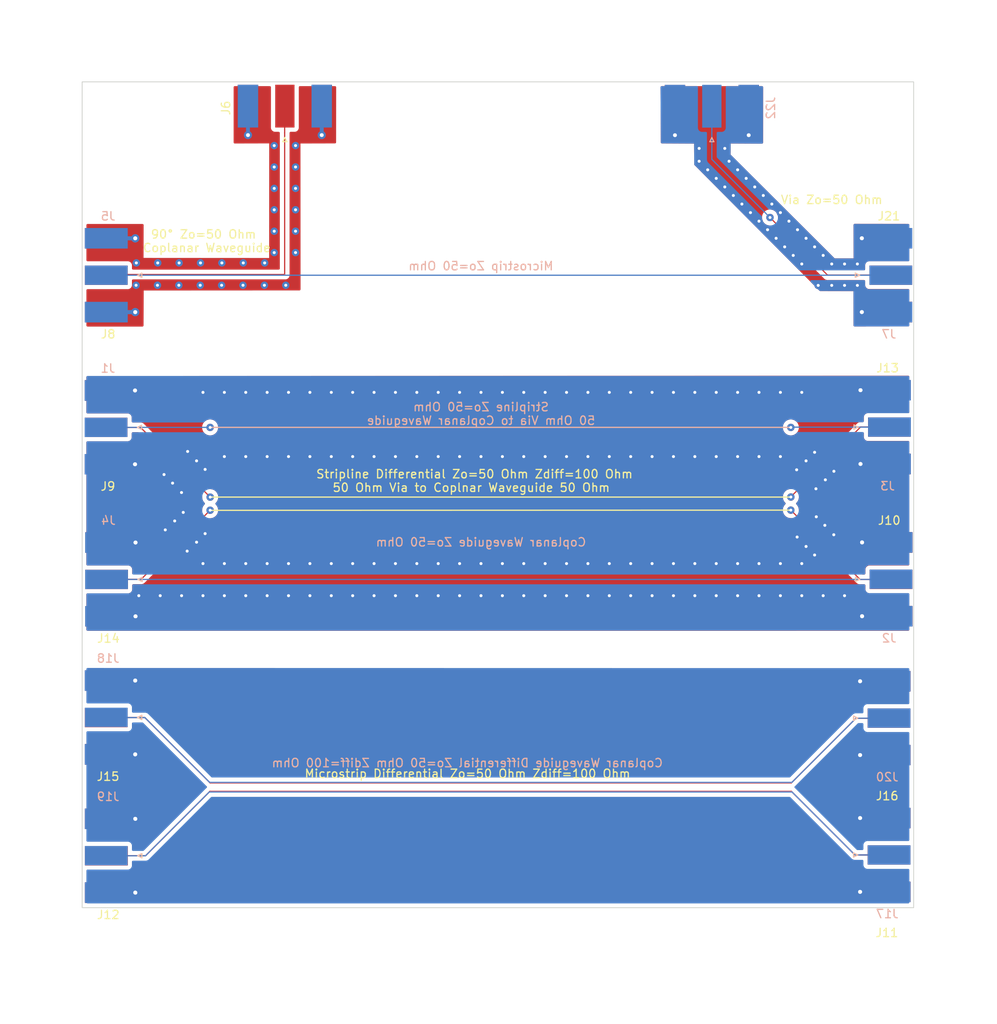
<source format=kicad_pcb>
(kicad_pcb (version 20211014) (generator pcbnew)
  (layers (0 "F.Cu" signal) (1 "In1.Cu" signal) (2 "In2.Cu" signal) (31 "B.Cu" signal) (34 "B.Paste" user) (35 "F.Paste" user) (36 "B.SilkS" user "B.Silkscreen") (37 "F.SilkS" user "F.Silkscreen") (38 "B.Mask" user) (39 "F.Mask" user) (44 "Edge.Cuts" user))
  (net 0 "")
  (net 1 "/STRIP")
  (net 2 "GND")
  (net 3 "/COPLANAR")
  (net 4 "/90_DEGREE_COPLANAR")
  (net 5 "/Z0 Via")
  (net 6 "/MICROSTROP")
  (net 7 "/STRIP_P")
  (net 8 "/MICROSTRIP_P")
  (net 9 "/COPLANAR_P")
  (net 10 "/COPLANAR_N")
  (net 11 "/STRIP_N")
  (net 12 "/MICROSTRIP_N")
  (footprint "Connector_Coaxial:SMA_Molex_73251-1153_EdgeMount_Horizontal" (layer "F.Cu") (at 58.849 123.801)
    (fp_text reference "J14")
    (fp_text value "Conn_Coaxial")
  )
  (footprint "Connector_Coaxial:SMA_Molex_73251-1153_EdgeMount_Horizontal" (layer "F.Cu") (at 148.58485 123.7996 180)
    (fp_text reference "J10")
    (fp_text value "Conn_Coaxial")
  )
  (footprint "Connector_Coaxial:SMA_Molex_73251-1153_EdgeMount_Horizontal" (layer "F.Cu") (at 58.817 87.694)
    (fp_text reference "J8")
    (fp_text value "Conn_Coaxial")
  )
  (footprint "Connector_Coaxial:SMA_Molex_73251-1153_EdgeMount_Horizontal" (layer "F.Cu") (at 148.3432 140.273 180)
    (fp_text reference "J11")
    (fp_text value "Conn_Coaxial")
  )
  (footprint "Connector_Coaxial:SMA_Molex_73251-1153_EdgeMount_Horizontal" (layer "F.Cu") (at 58.807 140.1968)
    (fp_text reference "J15")
    (fp_text value "Conn_Coaxial")
  )
  (footprint "Connector_Coaxial:SMA_Molex_73251-1153_EdgeMount_Horizontal" (layer "F.Cu") (at 148.39435 105.7148 180)
    (fp_text reference "J13")
    (fp_text value "Conn_Coaxial")
  )
  (footprint "Connector_Coaxial:SMA_Molex_73251-1153_EdgeMount_Horizontal" (layer "F.Cu") (at 58.79345 105.7529)
    (fp_text reference "J9")
    (fp_text value "Conn_Coaxial")
  )
  (footprint "Connector_Coaxial:SMA_Molex_73251-1153_EdgeMount_Horizontal" (layer "F.Cu") (at 78.305 69.344 -90)
    (fp_text reference "J6")
    (fp_text value "Conn_Coaxial")
  )
  (footprint "Connector_Coaxial:SMA_Molex_73251-1153_EdgeMount_Horizontal" (layer "F.Cu") (at 148.555 87.682 180)
    (fp_text reference "J21")
    (fp_text value "Conn_Coaxial")
  )
  (footprint "Connector_Coaxial:SMA_Molex_73251-1153_EdgeMount_Horizontal" (layer "F.Cu") (at 58.8324 156.6052)
    (fp_text reference "J12")
    (fp_text value "Conn_Coaxial")
  )
  (footprint "Connector_Coaxial:SMA_Molex_73251-1153_EdgeMount_Horizontal" (layer "F.Cu") (at 148.3432 156.5036 180)
    (fp_text reference "J16")
    (fp_text value "Conn_Coaxial")
  )
  (footprint "Connector_Coaxial:SMA_Molex_73251-1153_EdgeMount_Horizontal" (layer "B.Cu") (at 148.5773 123.7742 180)
    (fp_text reference "J2")
    (fp_text value "Conn_Coaxial")
  )
  (footprint "Connector_Coaxial:SMA_Molex_73251-1153_EdgeMount_Horizontal" (layer "B.Cu") (at 58.8137 140.1699)
    (fp_text reference "J18")
    (fp_text value "Conn_Coaxial")
  )
  (footprint "Connector_Coaxial:SMA_Molex_73251-1153_EdgeMount_Horizontal" (layer "B.Cu") (at 148.39435 105.72115 180)
    (fp_text reference "J3")
    (fp_text value "Conn_Coaxial")
  )
  (footprint "Connector_Coaxial:SMA_Molex_73251-1153_EdgeMount_Horizontal" (layer "B.Cu") (at 58.812 87.695)
    (fp_text reference "J5")
    (fp_text value "Conn_Coaxial")
  )
  (footprint "Connector_Coaxial:SMA_Molex_73251-1153_EdgeMount_Horizontal" (layer "B.Cu") (at 58.78745 105.7529)
    (fp_text reference "J1")
    (fp_text value "Conn_Coaxial")
  )
  (footprint "Connector_Coaxial:SMA_Molex_73251-1153_EdgeMount_Horizontal" (layer "B.Cu") (at 148.3487 140.2588 180)
    (fp_text reference "J20")
    (fp_text value "Conn_Coaxial")
  )
  (footprint "Connector_Coaxial:SMA_Molex_73251-1153_EdgeMount_Horizontal" (layer "B.Cu") (at 148.3499 156.5021 180)
    (fp_text reference "J17")
    (fp_text value "Conn_Coaxial")
  )
  (footprint "Connector_Coaxial:SMA_Molex_73251-1153_EdgeMount_Horizontal" (layer "B.Cu") (at 129.018 69.355 -90)
    (fp_text reference "J22")
    (fp_text value "Conn_Coaxial")
  )
  (footprint "Connector_Coaxial:SMA_Molex_73251-1153_EdgeMount_Horizontal" (layer "B.Cu") (at 148.554 87.694 180)
    (fp_text reference "J7")
    (fp_text value "Conn_Coaxial")
  )
  (footprint "Connector_Coaxial:SMA_Molex_73251-1153_EdgeMount_Horizontal" (layer "B.Cu") (at 58.8506 123.8)
    (fp_text reference "J4")
    (fp_text value "Conn_Coaxial")
  )
  (footprint "Connector_Coaxial:SMA_Molex_73251-1153_EdgeMount_Horizontal" (layer "B.Cu") (at 58.81285 156.58465)
    (fp_text reference "J19")
    (fp_text value "Conn_Coaxial")
  )
  (gr_rect (start 78.353004 87.677604) (end 78.214004 87.538604) (layer "F.Cu") (width 0.0001) (fill solid))
  (gr_line (start 69.425 105.75) (end 138.4 105.75) (layer "B.SilkS") (width 0.15))
  (gr_line (start 138.4 114.025) (end 69.425 114.025) (layer "F.SilkS") (width 0.15))
  (gr_line (start 69.425 115.6) (end 138.4 115.575) (layer "F.SilkS") (width 0.15))
  (gr_rect (start 54.229 64.7446) (end 152.9842 162.7632) (layer "Edge.Cuts") (width 0.1) (fill none))
  (gr_text "Coplanar Waveguide Differential Zo=50 Ohm Zdiff=100 Ohm" (at 99.97425 145.5849) (layer "B.SilkS") (effects (font (size 1 1)) (justify mirror)))
  (gr_text "Coplanar Waveguide Zo=50 Ohm" (at 101.6 119.38) (layer "B.SilkS") (effects (font (size 1 1)) (justify mirror)))
  (gr_text "Microstrip Zo=50 Ohm" (at 101.584 86.605) (layer "B.SilkS") (effects (font (size 1 1)) (justify mirror)))
  (gr_text "Stripline Zo=50 Ohm\n50 Ohm Via to Coplanar Waveguide" (at 101.6 104.14) (layer "B.SilkS") (effects (font (size 1 1)) (justify mirror)))
  (gr_text "Microstrip Differential Zo=50 Ohm Zdiff=100 Ohm" (at 100 146.8628) (layer "F.SilkS") (effects (font (size 1 1))))
  (gr_text "Stripline Differential Zo=50 Ohm Zdiff=100 Ohm\n50 Ohm Via to Coplnar Waveguide 50 Ohm " (at 100.825 112.1) (layer "F.SilkS") (effects (font (size 1 1))))
  (gr_text "Via Zo=50 Ohm" (at 143.256 78.74) (layer "F.SilkS") (effects (font (size 1 1))))
  (gr_text "90° Zo=50 Ohm \nCoplanar Waveguide" (at 69.029004 83.641604) (layer "F.SilkS") (effects (font (size 1 1))))
  (via (at 69.43 105.76) (size 0.88) (drill 0.355) (layers "F.Cu" "B.Cu") (net 1))
  (via (at 138.4 105.76) (size 0.88) (drill 0.355) (layers "F.Cu" "B.Cu") (net 1))
  (segment (start 69.4229 105.7529) (end 69.43 105.76) (width 0.25) (layer "B.Cu") (net 1))
  (segment (start 150.11435 105.84035) (end 150.11435 105.72115) (width 0.25) (layer "B.Cu") (net 1))
  (segment (start 138.4405 105.726) (end 150.1095 105.726) (width 0.14) (layer "B.Cu") (net 1))
  (segment (start 57.06745 105.7529) (end 69.4229 105.7529) (width 0.14) (layer "B.Cu") (net 1))
  (segment (start 138.4 105.76) (end 138.43885 105.72115) (width 0.25) (layer "B.Cu") (net 1))
  (segment (start 150.0826 105.7529) (end 150.11435 105.72115) (width 0.25) (layer "B.Cu") (net 1))
  (segment (start 150.1095 105.726) (end 150.11435 105.72115) (width 0.14) (layer "B.Cu") (net 1))
  (segment (start 151.1046 136.9344) (end 150.0632 135.893) (width 0.25) (layer "F.Cu") (net 2))
  (via (at 132.08 125.73) (size 0.88) (drill 0.355) (layers "F.Cu" "B.Cu") (net 2))
  (via (at 129.54 125.73) (size 0.88) (drill 0.355) (layers "F.Cu" "B.Cu") (net 2))
  (via (at 77.041004 72.310604) (size 0.88) (drill 0.355) (layers "F.Cu" "B.Cu") (net 2))
  (via (at 64.97 112.37) (size 0.88) (drill 0.355) (layers "F.Cu" "B.Cu") (net 2))
  (via (at 76.2 121.92) (size 0.88) (drill 0.355) (layers "F.Cu" "B.Cu") (net 2))
  (via (at 134.62 81.28) (size 0.88) (drill 0.355) (layers "F.Cu" "B.Cu") (net 2))
  (via (at 66.04 125.73) (size 0.88) (drill 0.355) (layers "F.Cu" "B.Cu") (net 2))
  (via (at 96.52 125.73) (size 0.88) (drill 0.355) (layers "F.Cu" "B.Cu") (net 2))
  (via (at 77.041004 82.470604) (size 0.88) (drill 0.355) (layers "F.Cu" "B.Cu") (net 2))
  (via (at 131.064 74.168) (size 0.88) (drill 0.355) (layers "F.Cu" "B.Cu") (net 2))
  (via (at 132.08 101.6) (size 0.88) (drill 0.355) (layers "F.Cu" "B.Cu") (net 2))
  (via (at 137.16 125.73) (size 0.88) (drill 0.355) (layers "F.Cu" "B.Cu") (net 2))
  (via (at 101.6 101.6) (size 0.88) (drill 0.355) (layers "F.Cu" "B.Cu") (net 2))
  (via (at 124.46 125.73) (size 0.88) (drill 0.355) (layers "F.Cu" "B.Cu") (net 2))
  (via (at 68.834 110.744) (size 0.88) (drill 0.355) (layers "F.Cu" "B.Cu") (net 2))
  (via (at 77.041004 77.390604) (size 0.88) (drill 0.355) (layers "F.Cu" "B.Cu") (net 2))
  (via (at 134.62 101.6) (size 0.88) (drill 0.355) (layers "F.Cu" "B.Cu") (net 2))
  (via (at 81.28 125.73) (size 0.88) (drill 0.355) (layers "F.Cu" "B.Cu") (net 2))
  (via (at 101.6 121.92) (size 0.88) (drill 0.355) (layers "F.Cu" "B.Cu") (net 2))
  (via (at 121.92 109.22) (size 0.88) (drill 0.355) (layers "F.Cu" "B.Cu") (net 2))
  (via (at 139.192 82.296) (size 0.88) (drill 0.355) (layers "F.Cu" "B.Cu") (net 2))
  (via (at 104.14 101.6) (size 0.88) (drill 0.355) (layers "F.Cu" "B.Cu") (net 2))
  (via (at 127.508 74.168) (size 0.88) (drill 0.355) (layers "F.Cu" "B.Cu") (net 2))
  (via (at 68.58 101.6) (size 0.88) (drill 0.355) (layers "F.Cu" "B.Cu") (net 2))
  (via (at 83.82 125.73) (size 0.88) (drill 0.355) (layers "F.Cu" "B.Cu") (net 2))
  (via (at 131.572 78.232) (size 0.88) (drill 0.355) (layers "F.Cu" "B.Cu") (net 2))
  (via (at 127 109.22) (size 0.88) (drill 0.355) (layers "F.Cu" "B.Cu") (net 2))
  (via (at 63.205004 86.233604) (size 0.88) (drill 0.355) (layers "F.Cu" "B.Cu") (net 2))
  (via (at 65.714004 88.886604) (size 0.88) (drill 0.355) (layers "F.Cu" "B.Cu") (net 2))
  (via (at 127 101.6) (size 0.88) (drill 0.355) (layers "F.Cu" "B.Cu") (net 2))
  (via (at 139.0904 110.78845) (size 0.88) (drill 0.355) (layers "F.Cu" "B.Cu") (net 2))
  (via (at 130.556 72.644) (size 0.88) (drill 0.355) (layers "F.Cu" "B.Cu") (net 2))
  (via (at 139.7 125.73) (size 0.88) (drill 0.355) (layers "F.Cu" "B.Cu") (net 2))
  (via (at 143.516 110.964) (size 0.88) (drill 0.355) (layers "F.Cu" "B.Cu") (net 2))
  (via (at 78.74 101.6) (size 0.88) (drill 0.355) (layers "F.Cu" "B.Cu") (net 2))
  (via (at 83.82 101.6) (size 0.88) (drill 0.355) (layers "F.Cu" "B.Cu") (net 2))
  (via (at 109.22 101.6) (size 0.88) (drill 0.355) (layers "F.Cu" "B.Cu") (net 2))
  (via (at 111.76 101.6) (size 0.88) (drill 0.355) (layers "F.Cu" "B.Cu") (net 2))
  (via (at 139.14755 118.7704) (size 0.88) (drill 0.355) (layers "F.Cu" "B.Cu") (net 2))
  (via (at 129.54 101.6) (size 0.88) (drill 0.355) (layers "F.Cu" "B.Cu") (net 2))
  (via (at 88.9 121.92) (size 0.88) (drill 0.355) (layers "F.Cu" "B.Cu") (net 2))
  (via (at 146.304 88.9) (size 0.88) (drill 0.355) (layers "F.Cu" "B.Cu") (net 2))
  (via (at 135.636 82.296) (size 0.88) (drill 0.355) (layers "F.Cu" "B.Cu") (net 2))
  (via (at 137.16 80.264) (size 0.88) (drill 0.355) (layers "F.Cu" "B.Cu") (net 2))
  (via (at 109.22 125.73) (size 0.88) (drill 0.355) (layers "F.Cu" "B.Cu") (net 2))
  (via (at 137.16 121.92) (size 0.88) (drill 0.355) (layers "F.Cu" "B.Cu") (net 2))
  (via (at 146.304 86.36) (size 0.88) (drill 0.355) (layers "F.Cu" "B.Cu") (net 2))
  (via (at 116.84 101.6) (size 0.88) (drill 0.355) (layers "F.Cu" "B.Cu") (net 2))
  (via (at 139.7 86.36) (size 0.88) (drill 0.355) (layers "F.Cu" "B.Cu") (net 2))
  (via (at 111.76 121.92) (size 0.88) (drill 0.355) (layers "F.Cu" "B.Cu") (net 2))
  (via (at 66.03045 113.4876) (size 0.88) (drill 0.355) (layers "F.Cu" "B.Cu") (net 2))
  (via (at 76.2 109.22) (size 0.88) (drill 0.355) (layers "F.Cu" "B.Cu") (net 2))
  (via (at 142.44 117.38) (size 0.88) (drill 0.355) (layers "F.Cu" "B.Cu") (net 2))
  (via (at 137.16 109.22) (size 0.88) (drill 0.355) (layers "F.Cu" "B.Cu") (net 2))
  (via (at 133.096 76.2) (size 0.88) (drill 0.355) (layers "F.Cu" "B.Cu") (net 2))
  (via (at 79.574004 77.387604) (size 0.88) (drill 0.355) (layers "F.Cu" "B.Cu") (net 2))
  (via (at 73.66 121.92) (size 0.88) (drill 0.355) (layers "F.Cu" "B.Cu") (net 2))
  (via (at 99.06 125.73) (size 0.88) (drill 0.355) (layers "F.Cu" "B.Cu") (net 2))
  (via (at 140.208 109.728) (size 0.88) (drill 0.355) (layers "F.Cu" "B.Cu") (net 2))
  (via (at 91.44 109.22) (size 0.88) (drill 0.355) (layers "F.Cu" "B.Cu") (net 2))
  (via (at 99.06 101.6) (size 0.88) (drill 0.355) (layers "F.Cu" "B.Cu") (net 2))
  (via (at 140.208 83.312) (size 0.88) (drill 0.355) (layers "F.Cu" "B.Cu") (net 2))
  (via (at 68.254004 88.886604) (size 0.88) (drill 0.355) (layers "F.Cu" "B.Cu") (net 2))
  (via (at 114.3 121.92) (size 0.88) (drill 0.355) (layers "F.Cu" "B.Cu") (net 2))
  (via (at 70.794004 88.886604) (size 0.88) (drill 0.355) (layers "F.Cu" "B.Cu") (net 2))
  (via (at 66.75755 108.6104) (size 0.88) (drill 0.355) (layers "F.Cu" "B.Cu") (net 2))
  (via (at 104.14 121.92) (size 0.88) (drill 0.355) (layers "F.Cu" "B.Cu") (net 2))
  (via (at 88.9 101.6) (size 0.88) (drill 0.355) (layers "F.Cu" "B.Cu") (net 2))
  (via (at 106.68 101.6) (size 0.88) (drill 0.355) (layers "F.Cu" "B.Cu") (net 2))
  (via (at 63.174004 88.886604) (size 0.88) (drill 0.355) (layers "F.Cu" "B.Cu") (net 2))
  (via (at 79.574004 79.927604) (size 0.88) (drill 0.355) (layers "F.Cu" "B.Cu") (net 2))
  (via (at 144.78 88.9) (size 0.88) (drill 0.355) (layers "F.Cu" "B.Cu") (net 2))
  (via (at 121.92 125.73) (size 0.88) (drill 0.355) (layers "F.Cu" "B.Cu") (net 2))
  (via (at 78.74 125.73) (size 0.88) (drill 0.355) (layers "F.Cu" "B.Cu") (net 2))
  (via (at 127 125.73) (size 0.88) (drill 0.355) (layers "F.Cu" "B.Cu") (net 2))
  (via (at 141.424 116.364) (size 0.88) (drill 0.355) (layers "F.Cu" "B.Cu") (net 2))
  (via (at 83.82 109.22) (size 0.88) (drill 0.355) (layers "F.Cu" "B.Cu") (net 2))
  (via (at 91.44 121.92) (size 0.88) (drill 0.355) (layers "F.Cu" "B.Cu") (net 2))
  (via (at 99.06 109.22) (size 0.88) (drill 0.355) (layers "F.Cu" "B.Cu") (net 2))
  (via (at 138.176 81.28) (size 0.88) (drill 0.355) (layers "F.Cu" "B.Cu") (net 2))
  (via (at 60.96 125.73) (size 0.88) (drill 0.355) (layers "F.Cu" "B.Cu") (net 2))
  (via (at 77.041004 74.850604) (size 0.88) (drill 0.355) (layers "F.Cu" "B.Cu") (net 2))
  (via (at 137.668 84.328) (size 0.88) (drill 0.355) (layers "F.Cu" "B.Cu") (net 2))
  (via (at 86.36 125.73) (size 0.88) (drill 0.355) (layers "F.Cu" "B.Cu") (net 2))
  (via (at 127.508 72.644) (size 0.88) (drill 0.355) (layers "F.Cu" "B.Cu") (net 2))
  (via (at 60.665004 86.233604) (size 0.88) (drill 0.355) (layers "F.Cu" "B.Cu") (net 2))
  (via (at 111.76 125.73) (size 0.88) (drill 0.355) (layers "F.Cu" "B.Cu") (net 2))
  (via (at 134.62 109.22) (size 0.88) (drill 0.355) (layers "F.Cu" "B.Cu") (net 2))
  (via (at 67.818 119.38) (size 0.88) (drill 0.355) (layers "F.Cu" "B.Cu") (net 2))
  (via (at 73.365004 86.233604) (size 0.88) (drill 0.355) (layers "F.Cu" "B.Cu") (net 2))
  (via (at 78.414004 88.886604) (size 0.88) (drill 0.355) (layers "F.Cu" "B.Cu") (net 2))
  (via (at 137.16 101.6) (size 0.88) (drill 0.355) (layers "F.Cu" "B.Cu") (net 2))
  (via (at 124.46 109.22) (size 0.88) (drill 0.355) (layers "F.Cu" "B.Cu") (net 2))
  (via (at 116.84 121.92) (size 0.88) (drill 0.355) (layers "F.Cu" "B.Cu") (net 2))
  (via (at 78.74 121.92) (size 0.88) (drill 0.355) (layers "F.Cu" "B.Cu") (net 2))
  (via (at 142.5 111.98) (size 0.88) (drill 0.355) (layers "F.Cu" "B.Cu") (net 2))
  (via (at 71.12 125.73) (size 0.88) (drill 0.355) (layers "F.Cu" "B.Cu") (net 2))
  (via (at 114.3 101.6) (size 0.88) (drill 0.355) (layers "F.Cu" "B.Cu") (net 2))
  (via (at 71.12 101.6) (size 0.88) (drill 0.355) (layers "F.Cu" "B.Cu") (net 2))
  (via (at 68.285004 86.233604) (size 0.88) (drill 0.355) (layers "F.Cu" "B.Cu") (net 2))
  (via (at 68.58 125.73) (size 0.88) (drill 0.355) (layers "F.Cu" "B.Cu") (net 2))
  (via (at 73.66 101.6) (size 0.88) (drill 0.355) (layers "F.Cu" "B.Cu") (net 2))
  (via (at 79.574004 74.847604) (size 0.88) (drill 0.355) (layers "F.Cu" "B.Cu") (net 2))
  (via (at 104.14 125.73) (size 0.88) (drill 0.355) (layers "F.Cu" "B.Cu") (net 2))
  (via (at 60.634004 88.886604) (size 0.88) (drill 0.355) (layers "F.Cu" "B.Cu") (net 2))
  (via (at 119.38 109.22) (size 0.88) (drill 0.355) (layers "F.Cu" "B.Cu") (net 2))
  (via (at 106.68 125.73) (size 0.88) (drill 0.355) (layers "F.Cu" "B.Cu") (net 2))
  (via (at 66.236 115.844) (size 0.88) (drill 0.355) (layers "F.Cu" "B.Cu") (net 2))
  (via (at 68.58 121.92) (size 0.88) (drill 0.355) (layers "F.Cu" "B.Cu") (net 2))
  (via (at 81.28 121.92) (size 0.88) (drill 0.355) (layers "F.Cu" "B.Cu") (net 2))
  (via (at 139.7 121.92) (size 0.88) (drill 0.355) (layers "F.Cu" "B.Cu") (net 2))
  (via (at 99.06 121.92) (size 0.88) (drill 0.355) (layers "F.Cu" "B.Cu") (net 2))
  (via (at 96.52 101.6) (size 0.88) (drill 0.355) (layers "F.Cu" "B.Cu") (net 2))
  (via (at 114.3 109.22) (size 0.88) (drill 0.355) (layers "F.Cu" "B.Cu") (net 2))
  (via (at 65.745004 86.233604) (size 0.88) (drill 0.355) (layers "F.Cu" "B.Cu") (net 2))
  (via (at 81.28 101.6) (size 0.88) (drill 0.355) (layers "F.Cu" "B.Cu") (net 2))
  (via (at 124.46 101.6) (size 0.88) (drill 0.355) (layers "F.Cu" "B.Cu") (net 2))
  (via (at 106.68 109.22) (size 0.88) (drill 0.355) (layers "F.Cu" "B.Cu") (net 2))
  (via (at 136.652 83.312) (size 0.88) (drill 0.355) (layers "F.Cu" "B.Cu") (net 2))
  (via (at 136.144 79.248) (size 0.88) (drill 0.355) (layers "F.Cu" "B.Cu") (net 2))
  (via (at 71.12 121.92) (size 0.88) (drill 0.355) (layers "F.Cu" "B.Cu") (net 2))
  (via (at 133.604 80.264) (size 0.88) (drill 0.355) (layers "F.Cu" "B.Cu") (net 2))
  (via (at 70.825004 86.233604) (size 0.88) (drill 0.355) (layers "F.Cu" "B.Cu") (net 2))
  (via (at 121.92 121.92) (size 0.88) (drill 0.355) (layers "F.Cu" "B.Cu") (net 2))
  (via (at 111.76 109.22) (size 0.88) (drill 0.355) (layers "F.Cu" "B.Cu") (net 2))
  (via (at 96.52 121.92) (size 0.88) (drill 0.355) (layers "F.Cu" "B.Cu") (net 2))
  (via (at 141.224 108.712) (size 0.88) (drill 0.355) (layers "F.Cu" "B.Cu") (net 2))
  (via (at 75.874004 88.886604) (size 0.88) (drill 0.355) (layers "F.Cu" "B.Cu") (net 2))
  (via (at 132.588 79.248) (size 0.88) (drill 0.355) (layers "F.Cu" "B.Cu") (net 2))
  (via (at 96.52 109.22) (size 0.88) (drill 0.355) (layers "F.Cu" "B.Cu") (net 2))
  (via (at 75.905004 86.233604) (size 0.88) (drill 0.355) (layers "F.Cu" "B.Cu") (net 2))
  (via (at 132.08 109.22) (size 0.88) (drill 0.355) (layers "F.Cu" "B.Cu") (net 2))
  (via (at 104.14 109.22) (size 0.88) (drill 0.355) (layers "F.Cu" "B.Cu") (net 2))
  (via (at 76.2 125.73) (size 0.88) (drill 0.355) (layers "F.Cu" "B.Cu") (net 2))
  (via (at 101.6 125.73) (size 0.88) (drill 0.355) (layers "F.Cu" "B.Cu") (net 2))
  (via (at 129.54 109.22) (size 0.88) (drill 0.355) (layers "F.Cu" "B.Cu") (net 2))
  (via (at 143.256 86.36) (size 0.88) (drill 0.355) (layers "F.Cu" "B.Cu") (net 2))
  (via (at 88.9 109.22) (size 0.88) (drill 0.355) (layers "F.Cu" "B.Cu") (net 2))
  (via (at 144.78 86.36) (size 0.88) (drill 0.355) (layers "F.Cu" "B.Cu") (net 2))
  (via (at 114.3 125.73) (size 0.88) (drill 0.355) (layers "F.Cu" "B.Cu") (net 2))
  (via (at 93.98 101.6) (size 0.88) (drill 0.355) (layers "F.Cu" "B.Cu") (net 2))
  (via (at 109.22 109.22) (size 0.88) (drill 0.355) (layers "F.Cu" "B.Cu") (net 2))
  (via (at 86.36 121.92) (size 0.88) (drill 0.355) (layers "F.Cu" "B.Cu") (net 2))
  (via (at 127 121.92) (size 0.88) (drill 0.355) (layers "F.Cu" "B.Cu") (net 2))
  (via (at 68.834 118.364) (size 0.88) (drill 0.355) (layers "F.Cu" "B.Cu") (net 2))
  (via (at 135.128 78.232) (size 0.88) (drill 0.355) (layers "F.Cu" "B.Cu") (net 2))
  (via (at 141.224 84.328) (size 0.88) (drill 0.355) (layers "F.Cu" "B.Cu") (net 2))
  (via (at 134.62 125.73) (size 0.88) (drill 0.355) (layers "F.Cu" "B.Cu") (net 2))
  (via (at 67.818 109.728) (size 0.88) (drill 0.355) (layers "F.Cu" "B.Cu") (net 2))
  (via (at 66.7004 120.44045) (size 0.88) (drill 0.355) (layers "F.Cu" "B.Cu") (net 2))
  (via (at 144.78 125.73) (size 0.88) (drill 0.355) (layers "F.Cu" "B.Cu") (net 2))
  (via (at 141.649 88.903) (size 0.88) (drill 0.355) (layers "F.Cu" "B.Cu") (net 2))
  (via (at 77.041004 79.930604) (size 0.88) (drill 0.355) (layers "F.Cu" "B.Cu") (net 2))
  (via (at 134.112 77.216) (size 0.88) (drill 0.355) (layers "F.Cu" "B.Cu") (net 2))
  (via (at 132.08 75.184) (size 0.88) (drill 0.355) (layers "F.Cu" "B.Cu") (net 2))
  (via (at 141.224 120.904) (size 0.88) (drill 0.355) (layers "F.Cu" "B.Cu") (net 2))
  (via (at 63.5 125.73) (size 0.88) (drill 0.355) (layers "F.Cu" "B.Cu") (net 2))
  (via (at 91.44 125.73) (size 0.88) (drill 0.355) (layers "F.Cu" "B.Cu") (net 2))
  (via (at 119.38 121.92) (size 0.88) (drill 0.355) (layers "F.Cu" "B.Cu") (net 2))
  (via (at 101.6 109.22) (size 0.88) (drill 0.355) (layers "F.Cu" "B.Cu") (net 2))
  (via (at 141.3824 113.04045) (size 0.88) (drill 0.355) (layers "F.Cu" "B.Cu") (net 2))
  (via (at 65.22 116.86) (size 0.88) (drill 0.355) (layers "F.Cu" "B.Cu") (net 2))
  (via (at 64.1024 117.92045) (size 0.88) (drill 0.355) (layers "F.Cu" "B.Cu") (net 2))
  (via (at 134.62 121.92) (size 0.88) (drill 0.355) (layers "F.Cu" "B.Cu") (net 2))
  (via (at 93.98 121.92) (size 0.88) (drill 0.355) (layers "F.Cu" "B.Cu") (net 2))
  (via (at 83.82 121.92) (size 0.88) (drill 0.355) (layers "F.Cu" "B.Cu") (net 2))
  (via (at 77.041004 85.010604) (size 0.88) (drill 0.355) (layers "F.Cu" "B.Cu") (net 2))
  (via (at 128.524 75.184) (size 0.88) (drill 0.355) (layers "F.Cu" "B.Cu") (net 2))
  (via (at 132.08 121.92) (size 0.88) (drill 0.355) (layers "F.Cu" "B.Cu") (net 2))
  (via (at 91.44 101.6) (size 0.88) (drill 0.355) (layers "F.Cu" "B.Cu") (net 2))
  (via (at 116.84 109.22) (size 0.88) (drill 0.355) (layers "F.Cu" "B.Cu") (net 2))
  (via (at 140.208 119.888) (size 0.88) (drill 0.355) (layers "F.Cu" "B.Cu") (net 2))
  (via (at 93.98 125.73) (size 0.88) (drill 0.355) (layers "F.Cu" "B.Cu") (net 2))
  (via (at 119.38 125.73) (size 0.88) (drill 0.355) (layers "F.Cu" "B.Cu") (net 2))
  (via (at 76.2 101.6) (size 0.88) (drill 0.355) (layers "F.Cu" "B.Cu") (net 2))
  (via (at 71.12 109.22) (size 0.88) (drill 0.355) (layers "F.Cu" "B.Cu") (net 2))
  (via (at 79.574004 82.467604) (size 0.88) (drill 0.355) (layers "F.Cu" "B.Cu") (net 2))
  (via (at 78.74 109.22) (size 0.88) (drill 0.355) (layers "F.Cu" "B.Cu") (net 2))
  (via (at 139.7 101.6) (size 0.88) (drill 0.355) (layers "F.Cu" "B.Cu") (net 2))
  (via (at 119.38 101.6) (size 0.88) (drill 0.355) (layers "F.Cu" "B.Cu") (net 2))
  (via (at 121.92 101.6) (size 0.88) (drill 0.355) (layers "F.Cu" "B.Cu") (net 2))
  (via (at 63.954 111.354) (size 0.88) (drill 0.355) (layers "F.Cu" "B.Cu") (net 2))
  (via (at 138.684 85.344) (size 0.88) (drill 0.355) (layers "F.Cu" "B.Cu") (net 2))
  (via (at 106.68 121.92) (size 0.88) (drill 0.355) (layers "F.Cu" "B.Cu") (net 2))
  (via (at 79.574004 72.307604) (size 0.88) (drill 0.355) (layers "F.Cu" "B.Cu") (net 2))
  (via (at 86.36 101.6) (size 0.88) (drill 0.355) (layers "F.Cu" "B.Cu") (net 2))
  (via (at 88.9 125.73) (size 0.88) (drill 0.355) (layers "F.Cu" "B.Cu") (net 2))
  (via (at 142.24 85.344) (size 0.88) (drill 0.355) (layers "F.Cu" "B.Cu") (net 2))
  (via (at 124.46 121.92) (size 0.88) (drill 0.355) (layers "F.Cu" "B.Cu") (net 2))
  (via (at 81.28 109.22) (size 0.88) (drill 0.355) (layers "F.Cu" "B.Cu") (net 2))
  (via (at 73.66 109.22) (size 0.88) (drill 0.355) (layers "F.Cu" "B.Cu") (net 2))
  (via (at 79.574004 85.007604) (size 0.88) (drill 0.355) (layers "F.Cu" "B.Cu") (net 2))
  (via (at 73.66 125.73) (size 0.88) (drill 0.355) (layers "F.Cu" "B.Cu") (net 2))
  (via (at 73.334004 88.886604) (size 0.88) (drill 0.355) (layers "F.Cu" "B.Cu") (net 2))
  (via (at 109.22 121.92) (size 0.88) (drill 0.355) (layers "F.Cu" "B.Cu") (net 2))
  (via (at 130.556 77.216) (size 0.88) (drill 0.355) (layers "F.Cu" "B.Cu") (net 2))
  (via (at 86.36 109.22) (size 0.88) (drill 0.355) (layers "F.Cu" "B.Cu") (net 2))
  (via (at 116.84 125.73) (size 0.88) (drill 0.355) (layers "F.Cu" "B.Cu") (net 2))
  (via (at 143.50045 118.4976) (size 0.88) (drill 0.355) (layers "F.Cu" "B.Cu") (net 2))
  (via (at 93.98 109.22) (size 0.88) (drill 0.355) (layers "F.Cu" "B.Cu") (net 2))
  (via (at 143.256 88.9) (size 0.88) (drill 0.355) (layers "F.Cu" "B.Cu") (net 2))
  (via (at 129.54 121.92) (size 0.88) (drill 0.355) (layers "F.Cu" "B.Cu") (net 2))
  (via (at 142.24 125.73) (size 0.88) (drill 0.355) (layers "F.Cu" "B.Cu") (net 2))
  (via (at 129.54 76.2) (size 0.88) (drill 0.355) (layers "F.Cu" "B.Cu") (net 2))
  (segment (start 57.1306 123.8) (end 150.2715 123.8) (width 0.14) (layer "B.Cu") (net 3))
  (segment (start 150.2715 123.8) (end 150.2973 123.7742) (width 0.351) (layer "B.Cu") (net 3))
  (segment (start 78.284004 87.594604) (end 78.284004 70.796604) (width 0.14) (layer "F.Cu") (net 4))
  (segment (start 54.871004 87.607604) (end 78.271004 87.607604) (width 0.14) (layer "F.Cu") (net 4))
  (segment (start 78.284004 70.785604) (end 78.284004 66.244604) (width 0.14) (layer "F.Cu") (net 4))
  (segment (start 135.925 80.845) (end 142.762 87.682) (width 0.14) (layer "F.Cu") (net 5))
  (segment (start 142.762 87.682) (end 150.275 87.682) (width 0.14) (layer "F.Cu") (net 5))
  (via (at 135.925 80.845) (size 0.88) (drill 0.355) (layers "F.Cu" "B.Cu") (net 5))
  (segment (start 129.018 67.635) (end 129.018 73.938) (width 0.14) (layer "B.Cu") (net 5))
  (segment (start 129.018 73.938) (end 135.925 80.845) (width 0.14) (layer "B.Cu") (net 5))
  (segment (start 57.092 87.695) (end 150.1 87.695) (width 0.143) (layer "B.Cu") (net 6))
  (segment (start 146.67865 105.7148) (end 150.11435 105.7148) (width 0.143) (layer "F.Cu") (net 7))
  (segment (start 69.43725 114.0333) (end 69.43725 114.00155) (width 0.15) (layer "F.Cu") (net 7))
  (segment (start 150.11435 105.7148) (end 147.68195 105.7148) (width 0.2) (layer "F.Cu") (net 7))
  (segment (start 61.15685 105.7529) (end 69.43725 114.0333) (width 0.143) (layer "F.Cu") (net 7))
  (segment (start 57.07345 105.7529) (end 61.15685 105.7529) (width 0.14) (layer "F.Cu") (net 7))
  (segment (start 138.4046 113.98885) (end 146.67865 105.7148) (width 0.14) (layer "F.Cu") (net 7))
  (via (at 69.43725 114.0333) (size 0.88) (drill 0.355) (layers "F.Cu" "B.Cu") (net 7))
  (via (at 138.4046 114.0206) (size 0.88) (drill 0.355) (layers "F.Cu" "B.Cu") (net 7))
  (segment (start 61.6784 140.1968) (end 57.087 140.1968) (width 0.143) (layer "F.Cu") (net 8))
  (segment (start 146.142337 140.273) (end 138.463537 147.9518) (width 0.143) (layer "F.Cu") (net 8))
  (segment (start 138.463537 147.9518) (end 69.4334 147.9518) (width 0.143) (layer "F.Cu") (net 8))
  (segment (start 150.03145 140.4687) (end 150.02475 140.462) (width 0.2) (layer "F.Cu") (net 8))
  (segment (start 150.0632 140.273) (end 146.142337 140.273) (width 0.143) (layer "F.Cu") (net 8))
  (segment (start 69.4334 147.9518) (end 61.6784 140.1968) (width 0.143) (layer "F.Cu") (net 8))
  (segment (start 150.03145 140.4739) (end 150.03145 140.4687) (width 0.2) (layer "F.Cu") (net 8))
  (segment (start 69.33565 149.0218) (end 61.762325 156.595125) (width 0.14) (layer "B.Cu") (net 9))
  (segment (start 146.01825 156.5021) (end 138.5443 149.02815) (width 0.14) (layer "B.Cu") (net 9))
  (segment (start 138.5443 149.02815) (end 69.37 149.02815) (width 0.14) (layer "B.Cu") (net 9))
  (segment (start 61.7474 156.6037) (end 57.29795 156.6037) (width 0.14) (layer "B.Cu") (net 9))
  (segment (start 150.4481 156.5021) (end 146.01825 156.5021) (width 0.14) (layer "B.Cu") (net 9))
  (segment (start 69.35 147.86775) (end 61.67755 140.1953) (width 0.14) (layer "B.Cu") (net 10))
  (segment (start 150.5458 140.2715) (end 146.14525 140.2715) (width 0.14) (layer "B.Cu") (net 10))
  (segment (start 146.14525 140.2715) (end 138.5316 147.88515) (width 0.14) (layer "B.Cu") (net 10))
  (segment (start 138.5316 147.88515) (end 69.37 147.88515) (width 0.14) (layer "B.Cu") (net 10))
  (segment (start 61.67415 140.1953) (end 57.24865 140.1953) (width 0.14) (layer "B.Cu") (net 10))
  (segment (start 146.6215 123.7996) (end 150.30485 123.7996) (width 0.143) (layer "F.Cu") (net 11))
  (segment (start 57.12425 123.78055) (end 61.2394 123.78055) (width 0.14) (layer "F.Cu") (net 11))
  (segment (start 138.39825 115.57635) (end 146.6215 123.7996) (width 0.14) (layer "F.Cu") (net 11))
  (segment (start 61.2394 123.78055) (end 69.4309 115.58905) (width 0.14) (layer "F.Cu") (net 11))
  (via (at 69.4309 115.58905) (size 0.88) (drill 0.355) (layers "F.Cu" "B.Cu") (net 11))
  (via (at 138.39825 115.57635) (size 0.88) (drill 0.355) (layers "F.Cu" "B.Cu") (net 11))
  (segment (start 146.015337 156.5036) (end 150.0632 156.5036) (width 0.143) (layer "F.Cu") (net 12))
  (segment (start 57.1124 156.6052) (end 61.7546 156.6052) (width 0.143) (layer "F.Cu") (net 12))
  (segment (start 146.60245 156.5021) (end 150.07975 156.5021) (width 0.143) (layer "F.Cu") (net 12))
  (segment (start 69.408 148.9518) (end 138.463537 148.9518) (width 0.143) (layer "F.Cu") (net 12))
  (segment (start 138.463537 148.9518) (end 146.015337 156.5036) (width 0.143) (layer "F.Cu") (net 12))
  (segment (start 61.7546 156.6052) (end 69.408 148.9518) (width 0.143) (layer "F.Cu") (net 12))
  (zone (net 2) (net_name "GND") (layer "F.Cu") (connect_pads yes (clearance 0.508)) (min_thickness 0.254) (fill yes (thermal_gap 0.508) (thermal_bridge_width 0.508))
    (polygon (pts (xy 152.97 129.89) (xy 54.23 129.89) (xy 54.23 99.67) (xy 152.99 99.62)))
  )
  (zone (net 2) (net_name "GND") (layers "F.Cu" "In1.Cu") (connect_pads yes (clearance 0.508)) (min_thickness 0.254) (fill yes (thermal_gap 0.508) (thermal_bridge_width 0.508))
    (polygon (pts (xy 84.4 64.75) (xy 84.39 72.05) (xy 80.16 72.06) (xy 80.17 89.5) (xy 61.54 89.51) (xy 61.52 93.79) (xy 54.24 93.79) (xy 54.23 81.61) (xy 61.53 81.61) (xy 61.52 85.64) (xy 76.44 85.65) (xy 76.45 72.05) (xy 72.22 72.06) (xy 72.22 64.74)))
  )
  (zone (net 2) (net_name "GND") (layers F&B.Cu) (connect_pads yes (clearance 0.508)) (min_thickness 0.254) (fill yes (thermal_gap 0.508) (thermal_bridge_width 0.508))
    (polygon (pts (xy 135.1 72.08) (xy 131.26 72.06) (xy 131.24 73.37) (xy 143.61 85.7) (xy 145.86 85.7) (xy 145.85 81.6) (xy 152.99 81.61) (xy 152.98 93.77) (xy 145.85 93.78) (xy 145.84 89.58) (xy 141.83 89.57) (xy 126.93 74.59) (xy 126.91 72.07) (xy 122.96 72.05) (xy 122.92 64.74) (xy 135.11 64.74)))
  )
  (zone (net 2) (net_name "GND") (layer "B.Cu") (connect_pads yes (clearance 0.508)) (min_thickness 0.254) (fill yes (thermal_gap 0.508) (thermal_bridge_width 0.508))
    (polygon (pts (xy 152.99 129.87) (xy 54.24 129.89) (xy 54.22 99.65) (xy 152.99 99.64)))
  )
  (zone (net 2) (net_name "GND") (layer "B.Cu") (connect_pads yes (clearance 0.508)) (min_thickness 0.254) (fill yes (thermal_gap 0.508) (thermal_bridge_width 0.508))
    (polygon (pts (xy 152.9394 134.3279) (xy 152.95845 162.6489) (xy 54.1969 162.5981) (xy 54.2096 134.30885)))
  )
)
</source>
